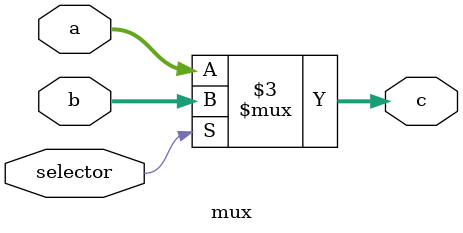
<source format=v>
module mux
#(parameter depth = 2)
(
  input[depth-1:0]      a,
  input[depth-1:0]      b,
  input                 selector,
  output reg[depth-1:0] c
);
  always @(a or b or selector) begin
    if (selector) begin
      c = b;
    end
    else begin
      c = a;
    end
  end
endmodule

</source>
